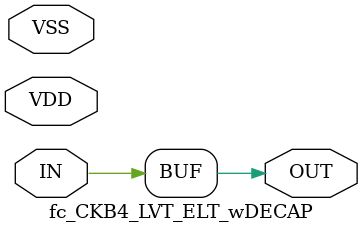
<source format=v>

`timescale 1ps/1ps

module fc_CKB4_LVT_ELT_wDECAP(
    input IN,
    output OUT,
    input VDD,
    input VSS
);

assign #25 OUT = IN;

endmodule
</source>
